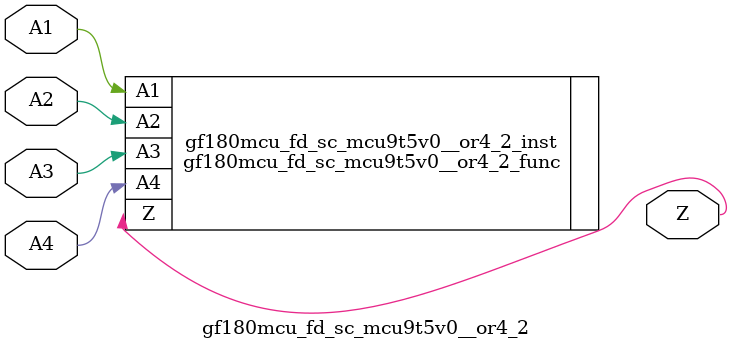
<source format=v>

module gf180mcu_fd_sc_mcu9t5v0__or4_2( A1, A2, A3, A4, Z );
input A1, A2, A3, A4;
output Z;

   `ifdef FUNCTIONAL  //  functional //

	gf180mcu_fd_sc_mcu9t5v0__or4_2_func gf180mcu_fd_sc_mcu9t5v0__or4_2_behav_inst(.A1(A1),.A2(A2),.A3(A3),.A4(A4),.Z(Z));

   `else

	gf180mcu_fd_sc_mcu9t5v0__or4_2_func gf180mcu_fd_sc_mcu9t5v0__or4_2_inst(.A1(A1),.A2(A2),.A3(A3),.A4(A4),.Z(Z));

	// spec_gates_begin


	// spec_gates_end



   specify

	// specify_block_begin

	// comb arc A1 --> Z
	 (A1 => Z) = (1.0,1.0);

	// comb arc A2 --> Z
	 (A2 => Z) = (1.0,1.0);

	// comb arc A3 --> Z
	 (A3 => Z) = (1.0,1.0);

	// comb arc A4 --> Z
	 (A4 => Z) = (1.0,1.0);

	// specify_block_end

   endspecify

   `endif

endmodule

</source>
